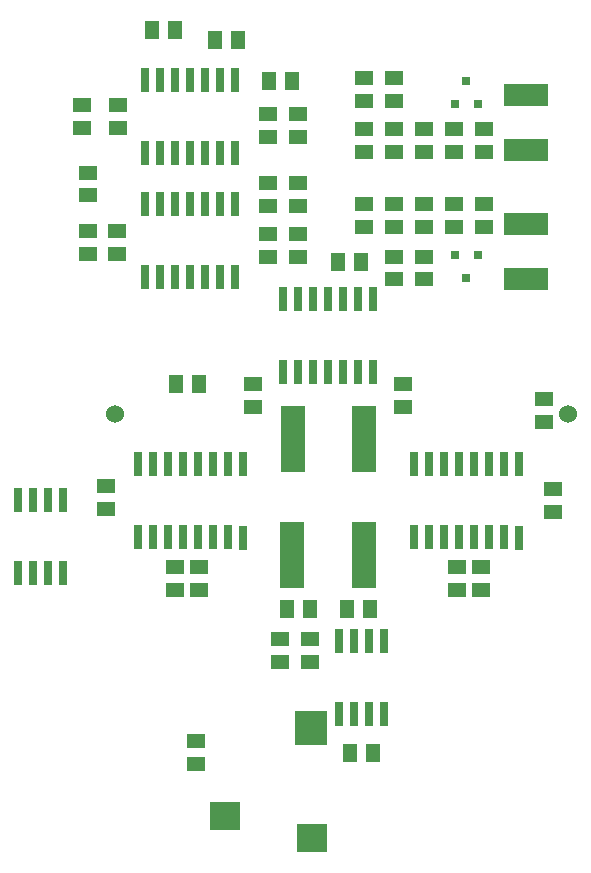
<source format=gbr>
G04 #@! TF.FileFunction,Paste,Top*
%FSLAX46Y46*%
G04 Gerber Fmt 4.6, Leading zero omitted, Abs format (unit mm)*
G04 Created by KiCad (PCBNEW 4.1.0-alpha+201607190716+6983~46~ubuntu14.04.1-product) date Fri Sep 16 20:27:53 2016*
%MOMM*%
%LPD*%
G01*
G04 APERTURE LIST*
%ADD10C,0.100000*%
%ADD11R,0.660400X2.032000*%
%ADD12R,3.810000X1.930400*%
%ADD13R,2.100580X5.600700*%
%ADD14R,0.800100X0.800100*%
%ADD15R,1.500000X1.295400*%
%ADD16R,1.295400X1.500000*%
%ADD17R,2.750000X2.900000*%
%ADD18R,2.550000X2.400000*%
%ADD19C,1.524000*%
G04 APERTURE END LIST*
D10*
D11*
X74506000Y-99573400D03*
X75776000Y-99573400D03*
X77046000Y-99573400D03*
X78316000Y-99573400D03*
X79586000Y-99573400D03*
X80856000Y-99573400D03*
X82126000Y-99573400D03*
X82126000Y-93426600D03*
X80856000Y-93426600D03*
X78316000Y-93426600D03*
X77046000Y-93426600D03*
X75776000Y-93426600D03*
X74506000Y-93426600D03*
X79586000Y-93426600D03*
D12*
X106764000Y-99308000D03*
X106764000Y-94708000D03*
X106764000Y-105630000D03*
X106764000Y-110230000D03*
D13*
X87028000Y-123817000D03*
X86952000Y-133606860D03*
X93028000Y-123817000D03*
X93048000Y-133606860D03*
D14*
X100734000Y-95468760D03*
X102634000Y-95468760D03*
X101684000Y-93469780D03*
X102634000Y-108199240D03*
X100734000Y-108199240D03*
X101684000Y-110198220D03*
D15*
X95588000Y-108377000D03*
X95588000Y-110277000D03*
X69172000Y-97450000D03*
X69172000Y-95550000D03*
D16*
X76980000Y-89134000D03*
X75080000Y-89134000D03*
D15*
X72220000Y-95550000D03*
X72220000Y-97450000D03*
D16*
X91844000Y-150348000D03*
X93744000Y-150348000D03*
X92728000Y-108819000D03*
X90828000Y-108819000D03*
D15*
X109050000Y-128062000D03*
X109050000Y-129962000D03*
X71204000Y-127808000D03*
X71204000Y-129708000D03*
X72093000Y-106218000D03*
X72093000Y-108118000D03*
D16*
X88410000Y-138156000D03*
X86510000Y-138156000D03*
D15*
X88476000Y-140762000D03*
X88476000Y-142662000D03*
X69680000Y-103165000D03*
X69680000Y-101265000D03*
X85936000Y-140762000D03*
X85936000Y-142662000D03*
D16*
X93490000Y-138156000D03*
X91590000Y-138156000D03*
D15*
X69680000Y-106218000D03*
X69680000Y-108118000D03*
X100922000Y-134666000D03*
X100922000Y-136566000D03*
X96350000Y-121072000D03*
X96350000Y-119172000D03*
X79078000Y-134666000D03*
X79078000Y-136566000D03*
D16*
X79012000Y-119106000D03*
X77112000Y-119106000D03*
D15*
X87460000Y-106472000D03*
X87460000Y-108372000D03*
X98128000Y-108377000D03*
X98128000Y-110277000D03*
X98128000Y-105832000D03*
X98128000Y-103932000D03*
X93048000Y-105832000D03*
X93048000Y-103932000D03*
X95588000Y-103932000D03*
X95588000Y-105832000D03*
X100668000Y-103932000D03*
X100668000Y-105832000D03*
X87460000Y-102154000D03*
X87460000Y-104054000D03*
X95588000Y-95164000D03*
X95588000Y-93264000D03*
X98128000Y-97582000D03*
X98128000Y-99482000D03*
X93048000Y-97582000D03*
X93048000Y-99482000D03*
X95588000Y-99482000D03*
X95588000Y-97582000D03*
X100668000Y-99482000D03*
X100668000Y-97582000D03*
X102954000Y-134666000D03*
X102954000Y-136566000D03*
X108288000Y-122342000D03*
X108288000Y-120442000D03*
X77046000Y-134666000D03*
X77046000Y-136566000D03*
X83650000Y-121072000D03*
X83650000Y-119172000D03*
X84920000Y-106472000D03*
X84920000Y-108372000D03*
X87460000Y-98212000D03*
X87460000Y-96312000D03*
X84920000Y-96312000D03*
X84920000Y-98212000D03*
X84920000Y-102154000D03*
X84920000Y-104054000D03*
X93048000Y-95164000D03*
X93048000Y-93264000D03*
D16*
X82314000Y-90023000D03*
X80414000Y-90023000D03*
X86886000Y-93452000D03*
X84986000Y-93452000D03*
D15*
X78824000Y-151298000D03*
X78824000Y-149398000D03*
D11*
X74506000Y-110073400D03*
X75776000Y-110073400D03*
X77046000Y-110073400D03*
X78316000Y-110073400D03*
X79586000Y-110073400D03*
X80856000Y-110073400D03*
X82126000Y-110073400D03*
X82126000Y-103926600D03*
X80856000Y-103926600D03*
X78316000Y-103926600D03*
X77046000Y-103926600D03*
X75776000Y-103926600D03*
X74506000Y-103926600D03*
X79586000Y-103926600D03*
X86190000Y-118115400D03*
X87460000Y-118115400D03*
X88730000Y-118115400D03*
X90000000Y-118115400D03*
X91270000Y-118115400D03*
X92540000Y-118115400D03*
X93810000Y-118115400D03*
X93810000Y-111968600D03*
X92540000Y-111968600D03*
X90000000Y-111968600D03*
X88730000Y-111968600D03*
X87460000Y-111968600D03*
X86190000Y-111968600D03*
X91270000Y-111968600D03*
X82761000Y-132136200D03*
X82761000Y-125938600D03*
X73871000Y-132085400D03*
X75141000Y-132085400D03*
X76411000Y-132085400D03*
X77681000Y-132085400D03*
X78951000Y-132085400D03*
X80221000Y-132085400D03*
X81491000Y-132085400D03*
X81491000Y-125938600D03*
X80221000Y-125938600D03*
X77681000Y-125938600D03*
X76411000Y-125938600D03*
X75141000Y-125938600D03*
X73871000Y-125938600D03*
X78951000Y-125938600D03*
X106129000Y-132136200D03*
X106129000Y-125938600D03*
X97239000Y-132085400D03*
X98509000Y-132085400D03*
X99779000Y-132085400D03*
X101049000Y-132085400D03*
X102319000Y-132085400D03*
X103589000Y-132085400D03*
X104859000Y-132085400D03*
X104859000Y-125938600D03*
X103589000Y-125938600D03*
X101049000Y-125938600D03*
X99779000Y-125938600D03*
X98509000Y-125938600D03*
X97239000Y-125938600D03*
X102319000Y-125938600D03*
X94699000Y-140924600D03*
X93429000Y-140924600D03*
X92159000Y-140924600D03*
X90889000Y-140924600D03*
X90889000Y-147071400D03*
X92159000Y-147071400D03*
X93429000Y-147071400D03*
X94699000Y-147071400D03*
X67521000Y-128986600D03*
X66251000Y-128986600D03*
X64981000Y-128986600D03*
X63711000Y-128986600D03*
X63711000Y-135133400D03*
X64981000Y-135133400D03*
X66251000Y-135133400D03*
X67521000Y-135133400D03*
D15*
X103208000Y-103932000D03*
X103208000Y-105832000D03*
X103208000Y-99482000D03*
X103208000Y-97582000D03*
D17*
X88495000Y-148280000D03*
D18*
X88595000Y-157580000D03*
X81245000Y-155680000D03*
D19*
X71966000Y-121710000D03*
X110320000Y-121710000D03*
M02*

</source>
